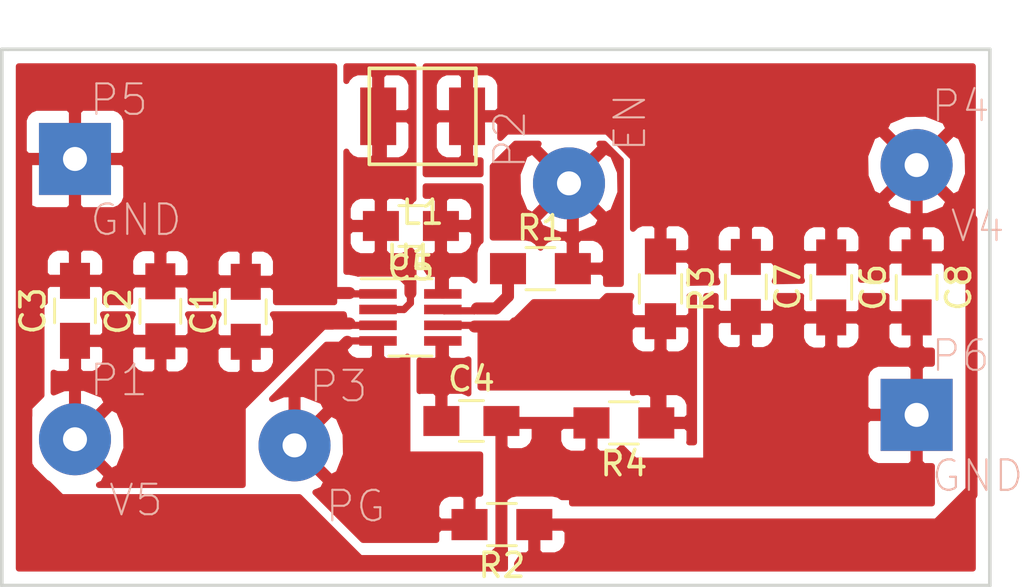
<source format=kicad_pcb>
(kicad_pcb (version 4) (host pcbnew 4.0.4-stable)

  (general
    (links 30)
    (no_connects 30)
    (area 138.314999 77.539 222.165001 147.56445)
    (thickness 1.6)
    (drawings 5)
    (tracks 86)
    (zones 0)
    (modules 20)
    (nets 11)
  )

  (page A4)
  (layers
    (0 F.Cu signal)
    (31 B.Cu signal)
    (32 B.Adhes user)
    (33 F.Adhes user)
    (34 B.Paste user)
    (35 F.Paste user)
    (36 B.SilkS user)
    (37 F.SilkS user)
    (38 B.Mask user)
    (39 F.Mask user)
    (40 Dwgs.User user)
    (41 Cmts.User user)
    (42 Eco1.User user)
    (43 Eco2.User user)
    (44 Edge.Cuts user)
    (45 Margin user)
    (46 B.CrtYd user)
    (47 F.CrtYd user)
    (48 B.Fab user)
    (49 F.Fab user)
  )

  (setup
    (last_trace_width 0.5)
    (trace_clearance 0.254)
    (zone_clearance 0.508)
    (zone_45_only no)
    (trace_min 0.2)
    (segment_width 0.2)
    (edge_width 0.15)
    (via_size 0.6)
    (via_drill 0.4)
    (via_min_size 0.4)
    (via_min_drill 0.3)
    (uvia_size 0.3)
    (uvia_drill 0.1)
    (uvias_allowed no)
    (uvia_min_size 0.2)
    (uvia_min_drill 0.1)
    (pcb_text_width 0.3)
    (pcb_text_size 1.5 1.5)
    (mod_edge_width 0.15)
    (mod_text_size 1 1)
    (mod_text_width 0.15)
    (pad_size 1.524 1.524)
    (pad_drill 0.762)
    (pad_to_mask_clearance 0.2)
    (aux_axis_origin 0 0)
    (visible_elements 7FFFFFFF)
    (pcbplotparams
      (layerselection 0x00030_80000001)
      (usegerberextensions false)
      (excludeedgelayer true)
      (linewidth 0.100000)
      (plotframeref false)
      (viasonmask false)
      (mode 1)
      (useauxorigin false)
      (hpglpennumber 1)
      (hpglpenspeed 20)
      (hpglpendiameter 15)
      (hpglpenoverlay 2)
      (psnegative false)
      (psa4output false)
      (plotreference true)
      (plotvalue true)
      (plotinvisibletext false)
      (padsonsilk false)
      (subtractmaskfromsilk false)
      (outputformat 1)
      (mirror false)
      (drillshape 1)
      (scaleselection 1)
      (outputdirectory ""))
  )

  (net 0 "")
  (net 1 "Net-(C1-Pad1)")
  (net 2 "Net-(C4-Pad1)")
  (net 3 GND)
  (net 4 "Net-(C5-Pad1)")
  (net 5 "Net-(C5-Pad2)")
  (net 6 "Net-(C6-Pad1)")
  (net 7 "Net-(P2-Pad1)")
  (net 8 "Net-(P3-Pad1)")
  (net 9 "Net-(R1-Pad1)")
  (net 10 "Net-(R3-Pad2)")

  (net_class Default "This is the default net class."
    (clearance 0.254)
    (trace_width 0.5)
    (via_dia 0.6)
    (via_drill 0.4)
    (uvia_dia 0.3)
    (uvia_drill 0.1)
    (add_net GND)
    (add_net "Net-(C1-Pad1)")
    (add_net "Net-(C4-Pad1)")
    (add_net "Net-(C5-Pad1)")
    (add_net "Net-(C5-Pad2)")
    (add_net "Net-(C6-Pad1)")
    (add_net "Net-(P2-Pad1)")
    (add_net "Net-(P3-Pad1)")
    (add_net "Net-(R1-Pad1)")
    (add_net "Net-(R3-Pad2)")
  )

  (module Capacitors_SMD:C_0805_HandSoldering (layer F.Cu) (tedit 58AA84A8) (tstamp 59415630)
    (at 161.29 109.748 90)
    (descr "Capacitor SMD 0805, hand soldering")
    (tags "capacitor 0805")
    (path /594017D1)
    (attr smd)
    (fp_text reference C1 (at 0 -1.75 90) (layer F.SilkS)
      (effects (font (size 1 1) (thickness 0.15)))
    )
    (fp_text value 0.1uF (at 0 1.75 90) (layer F.Fab)
      (effects (font (size 1 1) (thickness 0.15)))
    )
    (fp_text user %R (at 0 -1.75 90) (layer F.Fab)
      (effects (font (size 1 1) (thickness 0.15)))
    )
    (fp_line (start -1 0.62) (end -1 -0.62) (layer F.Fab) (width 0.1))
    (fp_line (start 1 0.62) (end -1 0.62) (layer F.Fab) (width 0.1))
    (fp_line (start 1 -0.62) (end 1 0.62) (layer F.Fab) (width 0.1))
    (fp_line (start -1 -0.62) (end 1 -0.62) (layer F.Fab) (width 0.1))
    (fp_line (start 0.5 -0.85) (end -0.5 -0.85) (layer F.SilkS) (width 0.12))
    (fp_line (start -0.5 0.85) (end 0.5 0.85) (layer F.SilkS) (width 0.12))
    (fp_line (start -2.25 -0.88) (end 2.25 -0.88) (layer F.CrtYd) (width 0.05))
    (fp_line (start -2.25 -0.88) (end -2.25 0.87) (layer F.CrtYd) (width 0.05))
    (fp_line (start 2.25 0.87) (end 2.25 -0.88) (layer F.CrtYd) (width 0.05))
    (fp_line (start 2.25 0.87) (end -2.25 0.87) (layer F.CrtYd) (width 0.05))
    (pad 1 smd rect (at -1.25 0 90) (size 1.5 1.25) (layers F.Cu F.Paste F.Mask)
      (net 1 "Net-(C1-Pad1)"))
    (pad 2 smd rect (at 1.25 0 90) (size 1.5 1.25) (layers F.Cu F.Paste F.Mask)
      (net 3 GND))
    (model Capacitors_SMD.3dshapes/C_0805.wrl
      (at (xyz 0 0 0))
      (scale (xyz 1 1 1))
      (rotate (xyz 0 0 0))
    )
  )

  (module Capacitors_SMD:C_0805_HandSoldering (layer F.Cu) (tedit 58AA84A8) (tstamp 59415636)
    (at 157.734 109.728 90)
    (descr "Capacitor SMD 0805, hand soldering")
    (tags "capacitor 0805")
    (path /59401910)
    (attr smd)
    (fp_text reference C2 (at 0 -1.75 90) (layer F.SilkS)
      (effects (font (size 1 1) (thickness 0.15)))
    )
    (fp_text value 10uF (at 0 1.75 90) (layer F.Fab)
      (effects (font (size 1 1) (thickness 0.15)))
    )
    (fp_text user %R (at 0 -1.75 90) (layer F.Fab)
      (effects (font (size 1 1) (thickness 0.15)))
    )
    (fp_line (start -1 0.62) (end -1 -0.62) (layer F.Fab) (width 0.1))
    (fp_line (start 1 0.62) (end -1 0.62) (layer F.Fab) (width 0.1))
    (fp_line (start 1 -0.62) (end 1 0.62) (layer F.Fab) (width 0.1))
    (fp_line (start -1 -0.62) (end 1 -0.62) (layer F.Fab) (width 0.1))
    (fp_line (start 0.5 -0.85) (end -0.5 -0.85) (layer F.SilkS) (width 0.12))
    (fp_line (start -0.5 0.85) (end 0.5 0.85) (layer F.SilkS) (width 0.12))
    (fp_line (start -2.25 -0.88) (end 2.25 -0.88) (layer F.CrtYd) (width 0.05))
    (fp_line (start -2.25 -0.88) (end -2.25 0.87) (layer F.CrtYd) (width 0.05))
    (fp_line (start 2.25 0.87) (end 2.25 -0.88) (layer F.CrtYd) (width 0.05))
    (fp_line (start 2.25 0.87) (end -2.25 0.87) (layer F.CrtYd) (width 0.05))
    (pad 1 smd rect (at -1.25 0 90) (size 1.5 1.25) (layers F.Cu F.Paste F.Mask)
      (net 1 "Net-(C1-Pad1)"))
    (pad 2 smd rect (at 1.25 0 90) (size 1.5 1.25) (layers F.Cu F.Paste F.Mask)
      (net 3 GND))
    (model Capacitors_SMD.3dshapes/C_0805.wrl
      (at (xyz 0 0 0))
      (scale (xyz 1 1 1))
      (rotate (xyz 0 0 0))
    )
  )

  (module Capacitors_SMD:C_0805_HandSoldering (layer F.Cu) (tedit 58AA84A8) (tstamp 5941563C)
    (at 154.178 109.708 90)
    (descr "Capacitor SMD 0805, hand soldering")
    (tags "capacitor 0805")
    (path /5940195F)
    (attr smd)
    (fp_text reference C3 (at 0 -1.75 90) (layer F.SilkS)
      (effects (font (size 1 1) (thickness 0.15)))
    )
    (fp_text value 10uF (at 0 1.75 90) (layer F.Fab)
      (effects (font (size 1 1) (thickness 0.15)))
    )
    (fp_text user %R (at 0 -1.75 90) (layer F.Fab)
      (effects (font (size 1 1) (thickness 0.15)))
    )
    (fp_line (start -1 0.62) (end -1 -0.62) (layer F.Fab) (width 0.1))
    (fp_line (start 1 0.62) (end -1 0.62) (layer F.Fab) (width 0.1))
    (fp_line (start 1 -0.62) (end 1 0.62) (layer F.Fab) (width 0.1))
    (fp_line (start -1 -0.62) (end 1 -0.62) (layer F.Fab) (width 0.1))
    (fp_line (start 0.5 -0.85) (end -0.5 -0.85) (layer F.SilkS) (width 0.12))
    (fp_line (start -0.5 0.85) (end 0.5 0.85) (layer F.SilkS) (width 0.12))
    (fp_line (start -2.25 -0.88) (end 2.25 -0.88) (layer F.CrtYd) (width 0.05))
    (fp_line (start -2.25 -0.88) (end -2.25 0.87) (layer F.CrtYd) (width 0.05))
    (fp_line (start 2.25 0.87) (end 2.25 -0.88) (layer F.CrtYd) (width 0.05))
    (fp_line (start 2.25 0.87) (end -2.25 0.87) (layer F.CrtYd) (width 0.05))
    (pad 1 smd rect (at -1.25 0 90) (size 1.5 1.25) (layers F.Cu F.Paste F.Mask)
      (net 1 "Net-(C1-Pad1)"))
    (pad 2 smd rect (at 1.25 0 90) (size 1.5 1.25) (layers F.Cu F.Paste F.Mask)
      (net 3 GND))
    (model Capacitors_SMD.3dshapes/C_0805.wrl
      (at (xyz 0 0 0))
      (scale (xyz 1 1 1))
      (rotate (xyz 0 0 0))
    )
  )

  (module Capacitors_SMD:C_0805_HandSoldering (layer F.Cu) (tedit 58AA84A8) (tstamp 59415642)
    (at 170.688 114.3)
    (descr "Capacitor SMD 0805, hand soldering")
    (tags "capacitor 0805")
    (path /59401A29)
    (attr smd)
    (fp_text reference C4 (at 0 -1.75) (layer F.SilkS)
      (effects (font (size 1 1) (thickness 0.15)))
    )
    (fp_text value 8200pF (at 0 1.75) (layer F.Fab)
      (effects (font (size 1 1) (thickness 0.15)))
    )
    (fp_text user %R (at 0 -1.75) (layer F.Fab)
      (effects (font (size 1 1) (thickness 0.15)))
    )
    (fp_line (start -1 0.62) (end -1 -0.62) (layer F.Fab) (width 0.1))
    (fp_line (start 1 0.62) (end -1 0.62) (layer F.Fab) (width 0.1))
    (fp_line (start 1 -0.62) (end 1 0.62) (layer F.Fab) (width 0.1))
    (fp_line (start -1 -0.62) (end 1 -0.62) (layer F.Fab) (width 0.1))
    (fp_line (start 0.5 -0.85) (end -0.5 -0.85) (layer F.SilkS) (width 0.12))
    (fp_line (start -0.5 0.85) (end 0.5 0.85) (layer F.SilkS) (width 0.12))
    (fp_line (start -2.25 -0.88) (end 2.25 -0.88) (layer F.CrtYd) (width 0.05))
    (fp_line (start -2.25 -0.88) (end -2.25 0.87) (layer F.CrtYd) (width 0.05))
    (fp_line (start 2.25 0.87) (end 2.25 -0.88) (layer F.CrtYd) (width 0.05))
    (fp_line (start 2.25 0.87) (end -2.25 0.87) (layer F.CrtYd) (width 0.05))
    (pad 1 smd rect (at -1.25 0) (size 1.5 1.25) (layers F.Cu F.Paste F.Mask)
      (net 2 "Net-(C4-Pad1)"))
    (pad 2 smd rect (at 1.25 0) (size 1.5 1.25) (layers F.Cu F.Paste F.Mask)
      (net 3 GND))
    (model Capacitors_SMD.3dshapes/C_0805.wrl
      (at (xyz 0 0 0))
      (scale (xyz 1 1 1))
      (rotate (xyz 0 0 0))
    )
  )

  (module Capacitors_SMD:C_0805_HandSoldering (layer F.Cu) (tedit 58AA84A8) (tstamp 59415648)
    (at 168.168 106.172 180)
    (descr "Capacitor SMD 0805, hand soldering")
    (tags "capacitor 0805")
    (path /59401B14)
    (attr smd)
    (fp_text reference C5 (at 0 -1.75 180) (layer F.SilkS)
      (effects (font (size 1 1) (thickness 0.15)))
    )
    (fp_text value 0.1uF (at 0 1.75 180) (layer F.Fab)
      (effects (font (size 1 1) (thickness 0.15)))
    )
    (fp_text user %R (at 0 -1.75 180) (layer F.Fab)
      (effects (font (size 1 1) (thickness 0.15)))
    )
    (fp_line (start -1 0.62) (end -1 -0.62) (layer F.Fab) (width 0.1))
    (fp_line (start 1 0.62) (end -1 0.62) (layer F.Fab) (width 0.1))
    (fp_line (start 1 -0.62) (end 1 0.62) (layer F.Fab) (width 0.1))
    (fp_line (start -1 -0.62) (end 1 -0.62) (layer F.Fab) (width 0.1))
    (fp_line (start 0.5 -0.85) (end -0.5 -0.85) (layer F.SilkS) (width 0.12))
    (fp_line (start -0.5 0.85) (end 0.5 0.85) (layer F.SilkS) (width 0.12))
    (fp_line (start -2.25 -0.88) (end 2.25 -0.88) (layer F.CrtYd) (width 0.05))
    (fp_line (start -2.25 -0.88) (end -2.25 0.87) (layer F.CrtYd) (width 0.05))
    (fp_line (start 2.25 0.87) (end 2.25 -0.88) (layer F.CrtYd) (width 0.05))
    (fp_line (start 2.25 0.87) (end -2.25 0.87) (layer F.CrtYd) (width 0.05))
    (pad 1 smd rect (at -1.25 0 180) (size 1.5 1.25) (layers F.Cu F.Paste F.Mask)
      (net 4 "Net-(C5-Pad1)"))
    (pad 2 smd rect (at 1.25 0 180) (size 1.5 1.25) (layers F.Cu F.Paste F.Mask)
      (net 5 "Net-(C5-Pad2)"))
    (model Capacitors_SMD.3dshapes/C_0805.wrl
      (at (xyz 0 0 0))
      (scale (xyz 1 1 1))
      (rotate (xyz 0 0 0))
    )
  )

  (module Capacitors_SMD:C_0805_HandSoldering (layer F.Cu) (tedit 58AA84A8) (tstamp 5941564E)
    (at 185.674 108.732 270)
    (descr "Capacitor SMD 0805, hand soldering")
    (tags "capacitor 0805")
    (path /59401F39)
    (attr smd)
    (fp_text reference C6 (at 0 -1.75 270) (layer F.SilkS)
      (effects (font (size 1 1) (thickness 0.15)))
    )
    (fp_text value 22uF (at 0 1.75 270) (layer F.Fab)
      (effects (font (size 1 1) (thickness 0.15)))
    )
    (fp_text user %R (at 0 -1.75 270) (layer F.Fab)
      (effects (font (size 1 1) (thickness 0.15)))
    )
    (fp_line (start -1 0.62) (end -1 -0.62) (layer F.Fab) (width 0.1))
    (fp_line (start 1 0.62) (end -1 0.62) (layer F.Fab) (width 0.1))
    (fp_line (start 1 -0.62) (end 1 0.62) (layer F.Fab) (width 0.1))
    (fp_line (start -1 -0.62) (end 1 -0.62) (layer F.Fab) (width 0.1))
    (fp_line (start 0.5 -0.85) (end -0.5 -0.85) (layer F.SilkS) (width 0.12))
    (fp_line (start -0.5 0.85) (end 0.5 0.85) (layer F.SilkS) (width 0.12))
    (fp_line (start -2.25 -0.88) (end 2.25 -0.88) (layer F.CrtYd) (width 0.05))
    (fp_line (start -2.25 -0.88) (end -2.25 0.87) (layer F.CrtYd) (width 0.05))
    (fp_line (start 2.25 0.87) (end 2.25 -0.88) (layer F.CrtYd) (width 0.05))
    (fp_line (start 2.25 0.87) (end -2.25 0.87) (layer F.CrtYd) (width 0.05))
    (pad 1 smd rect (at -1.25 0 270) (size 1.5 1.25) (layers F.Cu F.Paste F.Mask)
      (net 6 "Net-(C6-Pad1)"))
    (pad 2 smd rect (at 1.25 0 270) (size 1.5 1.25) (layers F.Cu F.Paste F.Mask)
      (net 3 GND))
    (model Capacitors_SMD.3dshapes/C_0805.wrl
      (at (xyz 0 0 0))
      (scale (xyz 1 1 1))
      (rotate (xyz 0 0 0))
    )
  )

  (module Capacitors_SMD:C_0805_HandSoldering (layer F.Cu) (tedit 58AA84A8) (tstamp 59415654)
    (at 182.118 108.712 270)
    (descr "Capacitor SMD 0805, hand soldering")
    (tags "capacitor 0805")
    (path /59401F93)
    (attr smd)
    (fp_text reference C7 (at 0 -1.75 270) (layer F.SilkS)
      (effects (font (size 1 1) (thickness 0.15)))
    )
    (fp_text value 22uF (at 0 1.75 270) (layer F.Fab)
      (effects (font (size 1 1) (thickness 0.15)))
    )
    (fp_text user %R (at 0 -1.75 270) (layer F.Fab)
      (effects (font (size 1 1) (thickness 0.15)))
    )
    (fp_line (start -1 0.62) (end -1 -0.62) (layer F.Fab) (width 0.1))
    (fp_line (start 1 0.62) (end -1 0.62) (layer F.Fab) (width 0.1))
    (fp_line (start 1 -0.62) (end 1 0.62) (layer F.Fab) (width 0.1))
    (fp_line (start -1 -0.62) (end 1 -0.62) (layer F.Fab) (width 0.1))
    (fp_line (start 0.5 -0.85) (end -0.5 -0.85) (layer F.SilkS) (width 0.12))
    (fp_line (start -0.5 0.85) (end 0.5 0.85) (layer F.SilkS) (width 0.12))
    (fp_line (start -2.25 -0.88) (end 2.25 -0.88) (layer F.CrtYd) (width 0.05))
    (fp_line (start -2.25 -0.88) (end -2.25 0.87) (layer F.CrtYd) (width 0.05))
    (fp_line (start 2.25 0.87) (end 2.25 -0.88) (layer F.CrtYd) (width 0.05))
    (fp_line (start 2.25 0.87) (end -2.25 0.87) (layer F.CrtYd) (width 0.05))
    (pad 1 smd rect (at -1.25 0 270) (size 1.5 1.25) (layers F.Cu F.Paste F.Mask)
      (net 6 "Net-(C6-Pad1)"))
    (pad 2 smd rect (at 1.25 0 270) (size 1.5 1.25) (layers F.Cu F.Paste F.Mask)
      (net 3 GND))
    (model Capacitors_SMD.3dshapes/C_0805.wrl
      (at (xyz 0 0 0))
      (scale (xyz 1 1 1))
      (rotate (xyz 0 0 0))
    )
  )

  (module Capacitors_SMD:C_0805_HandSoldering (layer F.Cu) (tedit 58AA84A8) (tstamp 5941565A)
    (at 189.23 108.732 270)
    (descr "Capacitor SMD 0805, hand soldering")
    (tags "capacitor 0805")
    (path /59401FD3)
    (attr smd)
    (fp_text reference C8 (at 0 -1.75 270) (layer F.SilkS)
      (effects (font (size 1 1) (thickness 0.15)))
    )
    (fp_text value 22uF (at 0 1.75 270) (layer F.Fab)
      (effects (font (size 1 1) (thickness 0.15)))
    )
    (fp_text user %R (at 0 -1.75 270) (layer F.Fab)
      (effects (font (size 1 1) (thickness 0.15)))
    )
    (fp_line (start -1 0.62) (end -1 -0.62) (layer F.Fab) (width 0.1))
    (fp_line (start 1 0.62) (end -1 0.62) (layer F.Fab) (width 0.1))
    (fp_line (start 1 -0.62) (end 1 0.62) (layer F.Fab) (width 0.1))
    (fp_line (start -1 -0.62) (end 1 -0.62) (layer F.Fab) (width 0.1))
    (fp_line (start 0.5 -0.85) (end -0.5 -0.85) (layer F.SilkS) (width 0.12))
    (fp_line (start -0.5 0.85) (end 0.5 0.85) (layer F.SilkS) (width 0.12))
    (fp_line (start -2.25 -0.88) (end 2.25 -0.88) (layer F.CrtYd) (width 0.05))
    (fp_line (start -2.25 -0.88) (end -2.25 0.87) (layer F.CrtYd) (width 0.05))
    (fp_line (start 2.25 0.87) (end 2.25 -0.88) (layer F.CrtYd) (width 0.05))
    (fp_line (start 2.25 0.87) (end -2.25 0.87) (layer F.CrtYd) (width 0.05))
    (pad 1 smd rect (at -1.25 0 270) (size 1.5 1.25) (layers F.Cu F.Paste F.Mask)
      (net 6 "Net-(C6-Pad1)"))
    (pad 2 smd rect (at 1.25 0 270) (size 1.5 1.25) (layers F.Cu F.Paste F.Mask)
      (net 3 GND))
    (model Capacitors_SMD.3dshapes/C_0805.wrl
      (at (xyz 0 0 0))
      (scale (xyz 1 1 1))
      (rotate (xyz 0 0 0))
    )
  )

  (module Bourns:SRP4020TA (layer F.Cu) (tedit 594153F3) (tstamp 59415664)
    (at 168.656 101.6 180)
    (path /59401C4F)
    (fp_text reference L1 (at 0 -4 180) (layer F.SilkS)
      (effects (font (size 1 1) (thickness 0.15)))
    )
    (fp_text value 3.3uH (at 0 4 180) (layer F.Fab)
      (effects (font (size 1 1) (thickness 0.15)))
    )
    (fp_line (start 2.22 -2) (end -2.22 -2) (layer F.SilkS) (width 0.15))
    (fp_line (start 2.22 2) (end 2.22 -2) (layer F.SilkS) (width 0.15))
    (fp_line (start -2.22 2) (end 2.22 2) (layer F.SilkS) (width 0.15))
    (fp_line (start -2.22 -2) (end -2.22 2) (layer F.SilkS) (width 0.15))
    (pad 1 smd rect (at 1.85 0 180) (size 1.5 2.4) (layers F.Cu F.Paste F.Mask)
      (net 5 "Net-(C5-Pad2)"))
    (pad 2 smd rect (at -1.85 0 180) (size 1.5 2.4) (layers F.Cu F.Paste F.Mask)
      (net 6 "Net-(C6-Pad1)"))
  )

  (module pinheaders:pinhead-01x01_3x1 (layer F.Cu) (tedit 5924AFBB) (tstamp 59415669)
    (at 154.178 115.062)
    (descr "PIN HEADER")
    (tags "PIN HEADER")
    (path /594056A7)
    (attr virtual)
    (fp_text reference P1 (at 1.8288 -2.4638) (layer B.SilkS)
      (effects (font (size 1.27 1.27) (thickness 0.0889)))
    )
    (fp_text value V5 (at 2.54 2.54) (layer B.SilkS)
      (effects (font (size 1.27 1.27) (thickness 0.0889)))
    )
    (pad 1 thru_hole circle (at 0 0) (size 3 3) (drill 1) (layers *.Cu *.Mask)
      (net 1 "Net-(C1-Pad1)"))
  )

  (module pinheaders:pinhead-01x01_3x1 (layer F.Cu) (tedit 5924AFBB) (tstamp 5941566E)
    (at 174.752 104.394 90)
    (descr "PIN HEADER")
    (tags "PIN HEADER")
    (path /5940576F)
    (attr virtual)
    (fp_text reference P2 (at 1.8288 -2.4638 90) (layer B.SilkS)
      (effects (font (size 1.27 1.27) (thickness 0.0889)))
    )
    (fp_text value EN (at 2.54 2.54 90) (layer B.SilkS)
      (effects (font (size 1.27 1.27) (thickness 0.0889)))
    )
    (pad 1 thru_hole circle (at 0 0 90) (size 3 3) (drill 1) (layers *.Cu *.Mask)
      (net 7 "Net-(P2-Pad1)"))
  )

  (module pinheaders:pinhead-01x01_3x1 (layer F.Cu) (tedit 5924AFBB) (tstamp 59415673)
    (at 163.322 115.316)
    (descr "PIN HEADER")
    (tags "PIN HEADER")
    (path /59405B04)
    (attr virtual)
    (fp_text reference P3 (at 1.8288 -2.4638) (layer B.SilkS)
      (effects (font (size 1.27 1.27) (thickness 0.0889)))
    )
    (fp_text value PG (at 2.54 2.54) (layer B.SilkS)
      (effects (font (size 1.27 1.27) (thickness 0.0889)))
    )
    (pad 1 thru_hole circle (at 0 0) (size 3 3) (drill 1) (layers *.Cu *.Mask)
      (net 8 "Net-(P3-Pad1)"))
  )

  (module pinheaders:pinhead-01x01_3x1 (layer F.Cu) (tedit 5924AFBB) (tstamp 59415678)
    (at 189.23 103.632)
    (descr "PIN HEADER")
    (tags "PIN HEADER")
    (path /59405C6D)
    (attr virtual)
    (fp_text reference P4 (at 1.8288 -2.4638) (layer B.SilkS)
      (effects (font (size 1.27 1.27) (thickness 0.0889)))
    )
    (fp_text value V4 (at 2.54 2.54) (layer B.SilkS)
      (effects (font (size 1.27 1.27) (thickness 0.0889)))
    )
    (pad 1 thru_hole circle (at 0 0) (size 3 3) (drill 1) (layers *.Cu *.Mask)
      (net 6 "Net-(C6-Pad1)"))
  )

  (module pinheaders:pinhead-01x01_3x1_square (layer F.Cu) (tedit 5924B01A) (tstamp 5941567D)
    (at 154.178 103.378)
    (descr "PIN HEADER")
    (tags "PIN HEADER")
    (path /5941641B)
    (attr virtual)
    (fp_text reference P5 (at 1.8288 -2.4638) (layer B.SilkS)
      (effects (font (size 1.27 1.27) (thickness 0.0889)))
    )
    (fp_text value GND (at 2.54 2.54) (layer B.SilkS)
      (effects (font (size 1.27 1.27) (thickness 0.0889)))
    )
    (pad 1 thru_hole rect (at 0 0) (size 3 3) (drill 1) (layers *.Cu *.Mask)
      (net 3 GND))
  )

  (module pinheaders:pinhead-01x01_3x1_square (layer F.Cu) (tedit 5924B01A) (tstamp 59415682)
    (at 189.23 114.046)
    (descr "PIN HEADER")
    (tags "PIN HEADER")
    (path /59416BB5)
    (attr virtual)
    (fp_text reference P6 (at 1.8288 -2.4638) (layer B.SilkS)
      (effects (font (size 1.27 1.27) (thickness 0.0889)))
    )
    (fp_text value GND (at 2.54 2.54) (layer B.SilkS)
      (effects (font (size 1.27 1.27) (thickness 0.0889)))
    )
    (pad 1 thru_hole rect (at 0 0) (size 3 3) (drill 1) (layers *.Cu *.Mask)
      (net 3 GND))
  )

  (module Resistors_SMD:R_0805_HandSoldering (layer F.Cu) (tedit 58E0A804) (tstamp 59415688)
    (at 173.562 107.95)
    (descr "Resistor SMD 0805, hand soldering")
    (tags "resistor 0805")
    (path /594058F3)
    (attr smd)
    (fp_text reference R1 (at 0 -1.7) (layer F.SilkS)
      (effects (font (size 1 1) (thickness 0.15)))
    )
    (fp_text value 10K (at 0 1.75) (layer F.Fab)
      (effects (font (size 1 1) (thickness 0.15)))
    )
    (fp_text user %R (at 0 0) (layer F.Fab)
      (effects (font (size 0.5 0.5) (thickness 0.075)))
    )
    (fp_line (start -1 0.62) (end -1 -0.62) (layer F.Fab) (width 0.1))
    (fp_line (start 1 0.62) (end -1 0.62) (layer F.Fab) (width 0.1))
    (fp_line (start 1 -0.62) (end 1 0.62) (layer F.Fab) (width 0.1))
    (fp_line (start -1 -0.62) (end 1 -0.62) (layer F.Fab) (width 0.1))
    (fp_line (start 0.6 0.88) (end -0.6 0.88) (layer F.SilkS) (width 0.12))
    (fp_line (start -0.6 -0.88) (end 0.6 -0.88) (layer F.SilkS) (width 0.12))
    (fp_line (start -2.35 -0.9) (end 2.35 -0.9) (layer F.CrtYd) (width 0.05))
    (fp_line (start -2.35 -0.9) (end -2.35 0.9) (layer F.CrtYd) (width 0.05))
    (fp_line (start 2.35 0.9) (end 2.35 -0.9) (layer F.CrtYd) (width 0.05))
    (fp_line (start 2.35 0.9) (end -2.35 0.9) (layer F.CrtYd) (width 0.05))
    (pad 1 smd rect (at -1.35 0) (size 1.5 1.3) (layers F.Cu F.Paste F.Mask)
      (net 9 "Net-(R1-Pad1)"))
    (pad 2 smd rect (at 1.35 0) (size 1.5 1.3) (layers F.Cu F.Paste F.Mask)
      (net 7 "Net-(P2-Pad1)"))
    (model ${KISYS3DMOD}/Resistors_SMD.3dshapes/R_0805.wrl
      (at (xyz 0 0 0))
      (scale (xyz 1 1 1))
      (rotate (xyz 0 0 0))
    )
  )

  (module Resistors_SMD:R_0805_HandSoldering (layer F.Cu) (tedit 58E0A804) (tstamp 5941568E)
    (at 171.958 118.618 180)
    (descr "Resistor SMD 0805, hand soldering")
    (tags "resistor 0805")
    (path /59401E1E)
    (attr smd)
    (fp_text reference R2 (at 0 -1.7 180) (layer F.SilkS)
      (effects (font (size 1 1) (thickness 0.15)))
    )
    (fp_text value 100K (at 0 1.75 180) (layer F.Fab)
      (effects (font (size 1 1) (thickness 0.15)))
    )
    (fp_text user %R (at 0 0 180) (layer F.Fab)
      (effects (font (size 0.5 0.5) (thickness 0.075)))
    )
    (fp_line (start -1 0.62) (end -1 -0.62) (layer F.Fab) (width 0.1))
    (fp_line (start 1 0.62) (end -1 0.62) (layer F.Fab) (width 0.1))
    (fp_line (start 1 -0.62) (end 1 0.62) (layer F.Fab) (width 0.1))
    (fp_line (start -1 -0.62) (end 1 -0.62) (layer F.Fab) (width 0.1))
    (fp_line (start 0.6 0.88) (end -0.6 0.88) (layer F.SilkS) (width 0.12))
    (fp_line (start -0.6 -0.88) (end 0.6 -0.88) (layer F.SilkS) (width 0.12))
    (fp_line (start -2.35 -0.9) (end 2.35 -0.9) (layer F.CrtYd) (width 0.05))
    (fp_line (start -2.35 -0.9) (end -2.35 0.9) (layer F.CrtYd) (width 0.05))
    (fp_line (start 2.35 0.9) (end 2.35 -0.9) (layer F.CrtYd) (width 0.05))
    (fp_line (start 2.35 0.9) (end -2.35 0.9) (layer F.CrtYd) (width 0.05))
    (pad 1 smd rect (at -1.35 0 180) (size 1.5 1.3) (layers F.Cu F.Paste F.Mask)
      (net 6 "Net-(C6-Pad1)"))
    (pad 2 smd rect (at 1.35 0 180) (size 1.5 1.3) (layers F.Cu F.Paste F.Mask)
      (net 8 "Net-(P3-Pad1)"))
    (model ${KISYS3DMOD}/Resistors_SMD.3dshapes/R_0805.wrl
      (at (xyz 0 0 0))
      (scale (xyz 1 1 1))
      (rotate (xyz 0 0 0))
    )
  )

  (module Resistors_SMD:R_0805_HandSoldering (layer F.Cu) (tedit 58E0A804) (tstamp 59415694)
    (at 178.562 108.792 270)
    (descr "Resistor SMD 0805, hand soldering")
    (tags "resistor 0805")
    (path /59402021)
    (attr smd)
    (fp_text reference R3 (at 0 -1.7 270) (layer F.SilkS)
      (effects (font (size 1 1) (thickness 0.15)))
    )
    (fp_text value 42.2K (at 0 1.75 270) (layer F.Fab)
      (effects (font (size 1 1) (thickness 0.15)))
    )
    (fp_text user %R (at 0 0 270) (layer F.Fab)
      (effects (font (size 0.5 0.5) (thickness 0.075)))
    )
    (fp_line (start -1 0.62) (end -1 -0.62) (layer F.Fab) (width 0.1))
    (fp_line (start 1 0.62) (end -1 0.62) (layer F.Fab) (width 0.1))
    (fp_line (start 1 -0.62) (end 1 0.62) (layer F.Fab) (width 0.1))
    (fp_line (start -1 -0.62) (end 1 -0.62) (layer F.Fab) (width 0.1))
    (fp_line (start 0.6 0.88) (end -0.6 0.88) (layer F.SilkS) (width 0.12))
    (fp_line (start -0.6 -0.88) (end 0.6 -0.88) (layer F.SilkS) (width 0.12))
    (fp_line (start -2.35 -0.9) (end 2.35 -0.9) (layer F.CrtYd) (width 0.05))
    (fp_line (start -2.35 -0.9) (end -2.35 0.9) (layer F.CrtYd) (width 0.05))
    (fp_line (start 2.35 0.9) (end 2.35 -0.9) (layer F.CrtYd) (width 0.05))
    (fp_line (start 2.35 0.9) (end -2.35 0.9) (layer F.CrtYd) (width 0.05))
    (pad 1 smd rect (at -1.35 0 270) (size 1.5 1.3) (layers F.Cu F.Paste F.Mask)
      (net 6 "Net-(C6-Pad1)"))
    (pad 2 smd rect (at 1.35 0 270) (size 1.5 1.3) (layers F.Cu F.Paste F.Mask)
      (net 10 "Net-(R3-Pad2)"))
    (model ${KISYS3DMOD}/Resistors_SMD.3dshapes/R_0805.wrl
      (at (xyz 0 0 0))
      (scale (xyz 1 1 1))
      (rotate (xyz 0 0 0))
    )
  )

  (module Resistors_SMD:R_0805_HandSoldering (layer F.Cu) (tedit 58E0A804) (tstamp 5941569A)
    (at 177.038 114.38 180)
    (descr "Resistor SMD 0805, hand soldering")
    (tags "resistor 0805")
    (path /594020DB)
    (attr smd)
    (fp_text reference R4 (at 0 -1.7 180) (layer F.SilkS)
      (effects (font (size 1 1) (thickness 0.15)))
    )
    (fp_text value 10K (at 0 1.75 180) (layer F.Fab)
      (effects (font (size 1 1) (thickness 0.15)))
    )
    (fp_text user %R (at 0 0 180) (layer F.Fab)
      (effects (font (size 0.5 0.5) (thickness 0.075)))
    )
    (fp_line (start -1 0.62) (end -1 -0.62) (layer F.Fab) (width 0.1))
    (fp_line (start 1 0.62) (end -1 0.62) (layer F.Fab) (width 0.1))
    (fp_line (start 1 -0.62) (end 1 0.62) (layer F.Fab) (width 0.1))
    (fp_line (start -1 -0.62) (end 1 -0.62) (layer F.Fab) (width 0.1))
    (fp_line (start 0.6 0.88) (end -0.6 0.88) (layer F.SilkS) (width 0.12))
    (fp_line (start -0.6 -0.88) (end 0.6 -0.88) (layer F.SilkS) (width 0.12))
    (fp_line (start -2.35 -0.9) (end 2.35 -0.9) (layer F.CrtYd) (width 0.05))
    (fp_line (start -2.35 -0.9) (end -2.35 0.9) (layer F.CrtYd) (width 0.05))
    (fp_line (start 2.35 0.9) (end 2.35 -0.9) (layer F.CrtYd) (width 0.05))
    (fp_line (start 2.35 0.9) (end -2.35 0.9) (layer F.CrtYd) (width 0.05))
    (pad 1 smd rect (at -1.35 0 180) (size 1.5 1.3) (layers F.Cu F.Paste F.Mask)
      (net 10 "Net-(R3-Pad2)"))
    (pad 2 smd rect (at 1.35 0 180) (size 1.5 1.3) (layers F.Cu F.Paste F.Mask)
      (net 3 GND))
    (model ${KISYS3DMOD}/Resistors_SMD.3dshapes/R_0805.wrl
      (at (xyz 0 0 0))
      (scale (xyz 1 1 1))
      (rotate (xyz 0 0 0))
    )
  )

  (module TO_SOT_Packages_SMD:SOT-23-8_Handsoldering (layer F.Cu) (tedit 58CE4E7E) (tstamp 594156A6)
    (at 168.148 109.982)
    (descr "8-pin SOT-23 package, Handsoldering, http://www.analog.com/media/en/package-pcb-resources/package/pkg_pdf/sot-23rj/rj_8.pdf")
    (tags "SOT-23-8 Handsoldering")
    (path /5940174C)
    (attr smd)
    (fp_text reference U1 (at 0 -2.5) (layer F.SilkS)
      (effects (font (size 1 1) (thickness 0.15)))
    )
    (fp_text value TPS563210A (at 0 2.5) (layer F.Fab)
      (effects (font (size 1 1) (thickness 0.15)))
    )
    (fp_text user %R (at 0 0) (layer F.Fab)
      (effects (font (size 0.5 0.5) (thickness 0.075)))
    )
    (fp_line (start -0.9 1.61) (end 0.9 1.61) (layer F.SilkS) (width 0.12))
    (fp_line (start 0.9 -1.61) (end -2.05 -1.61) (layer F.SilkS) (width 0.12))
    (fp_line (start -2.4 1.8) (end -2.4 -1.8) (layer F.CrtYd) (width 0.05))
    (fp_line (start 2.4 1.8) (end -2.4 1.8) (layer F.CrtYd) (width 0.05))
    (fp_line (start 2.4 -1.8) (end 2.4 1.8) (layer F.CrtYd) (width 0.05))
    (fp_line (start -2.4 -1.8) (end 2.4 -1.8) (layer F.CrtYd) (width 0.05))
    (fp_line (start -0.9 -0.9) (end -0.25 -1.55) (layer F.Fab) (width 0.1))
    (fp_line (start 0.9 -1.55) (end -0.25 -1.55) (layer F.Fab) (width 0.1))
    (fp_line (start -0.9 -0.9) (end -0.9 1.55) (layer F.Fab) (width 0.1))
    (fp_line (start 0.9 1.55) (end -0.9 1.55) (layer F.Fab) (width 0.1))
    (fp_line (start 0.9 -1.55) (end 0.9 1.55) (layer F.Fab) (width 0.1))
    (pad 1 smd rect (at -1.35 -0.98) (size 1.56 0.4) (layers F.Cu F.Paste F.Mask)
      (net 3 GND))
    (pad 2 smd rect (at -1.35 -0.33) (size 1.56 0.4) (layers F.Cu F.Paste F.Mask)
      (net 5 "Net-(C5-Pad2)"))
    (pad 3 smd rect (at -1.35 0.33) (size 1.56 0.4) (layers F.Cu F.Paste F.Mask)
      (net 1 "Net-(C1-Pad1)"))
    (pad 4 smd rect (at -1.35 0.98) (size 1.56 0.4) (layers F.Cu F.Paste F.Mask)
      (net 8 "Net-(P3-Pad1)"))
    (pad 5 smd rect (at 1.35 0.98) (size 1.56 0.4) (layers F.Cu F.Paste F.Mask)
      (net 2 "Net-(C4-Pad1)"))
    (pad 6 smd rect (at 1.35 0.33) (size 1.56 0.4) (layers F.Cu F.Paste F.Mask)
      (net 10 "Net-(R3-Pad2)"))
    (pad 7 smd rect (at 1.35 -0.33) (size 1.56 0.4) (layers F.Cu F.Paste F.Mask)
      (net 9 "Net-(R1-Pad1)"))
    (pad 8 smd rect (at 1.35 -0.98) (size 1.56 0.4) (layers F.Cu F.Paste F.Mask)
      (net 4 "Net-(C5-Pad1)"))
    (model ${KISYS3DMOD}/TO_SOT_Packages_SMD.3dshapes\SOT-23-8.wrl
      (at (xyz 0 0 0))
      (scale (xyz 1 1 1))
      (rotate (xyz 0 0 0))
    )
  )

  (gr_line (start 151.384 98.806) (end 151.384 98.806) (layer Edge.Cuts) (width 0.15) (tstamp 59416C9A))
  (gr_line (start 151.13 121.158) (end 151.13 98.806) (layer Edge.Cuts) (width 0.15))
  (gr_line (start 192.278 121.158) (end 151.13 121.158) (layer Edge.Cuts) (width 0.15))
  (gr_line (start 192.278 98.806) (end 192.278 121.158) (layer Edge.Cuts) (width 0.15))
  (gr_line (start 151.13 98.806) (end 192.278 98.806) (layer Edge.Cuts) (width 0.15))

  (segment (start 154.178 110.958) (end 154.178 115.062) (width 0.5) (layer F.Cu) (net 1))
  (segment (start 166.798 110.312) (end 165.684 110.312) (width 0.3) (layer F.Cu) (net 1))
  (segment (start 165.684 110.312) (end 165.608 110.236) (width 0.3) (layer F.Cu) (net 1))
  (segment (start 163.177 110.236) (end 165.608 110.236) (width 0.5) (layer F.Cu) (net 1))
  (segment (start 161.29 110.998) (end 162.415 110.998) (width 0.5) (layer F.Cu) (net 1))
  (segment (start 162.415 110.998) (end 163.177 110.236) (width 0.5) (layer F.Cu) (net 1))
  (segment (start 157.734 110.978) (end 161.27 110.978) (width 0.5) (layer F.Cu) (net 1))
  (segment (start 161.27 110.978) (end 161.29 110.998) (width 0.5) (layer F.Cu) (net 1))
  (segment (start 154.178 110.958) (end 157.714 110.958) (width 0.5) (layer F.Cu) (net 1))
  (segment (start 157.714 110.958) (end 157.734 110.978) (width 0.5) (layer F.Cu) (net 1))
  (segment (start 169.438 114.3) (end 169.438 111.076001) (width 0.5) (layer F.Cu) (net 2))
  (segment (start 169.438 111.076001) (end 169.498 111.016001) (width 0.5) (layer F.Cu) (net 2))
  (segment (start 154.178 103.378) (end 152.178 103.378) (width 0.5) (layer F.Cu) (net 3))
  (segment (start 152.178 103.378) (end 152.146 103.41) (width 0.5) (layer F.Cu) (net 3))
  (segment (start 152.146 103.41) (end 152.146 117.856) (width 0.5) (layer F.Cu) (net 3))
  (segment (start 152.146 117.856) (end 154.432 120.142) (width 0.5) (layer F.Cu) (net 3))
  (segment (start 154.432 120.142) (end 171.45 120.142) (width 0.5) (layer F.Cu) (net 3))
  (segment (start 171.45 120.142) (end 171.958 119.634) (width 0.5) (layer F.Cu) (net 3))
  (segment (start 171.958 119.634) (end 171.938 119.614) (width 0.5) (layer F.Cu) (net 3))
  (segment (start 171.938 119.614) (end 171.938 114.3) (width 0.5) (layer F.Cu) (net 3))
  (segment (start 189.23 109.982) (end 189.23 114.046) (width 0.5) (layer F.Cu) (net 3))
  (segment (start 165.608 108.966) (end 165.644 109.002) (width 0.3) (layer F.Cu) (net 3))
  (segment (start 165.644 109.002) (end 166.798 109.002) (width 0.3) (layer F.Cu) (net 3))
  (segment (start 162.883 108.966) (end 165.608 108.966) (width 0.5) (layer F.Cu) (net 3))
  (segment (start 161.29 108.498) (end 162.415 108.498) (width 0.5) (layer F.Cu) (net 3))
  (segment (start 162.415 108.498) (end 162.883 108.966) (width 0.5) (layer F.Cu) (net 3))
  (segment (start 157.734 108.478) (end 161.27 108.478) (width 0.5) (layer F.Cu) (net 3))
  (segment (start 161.27 108.478) (end 161.29 108.498) (width 0.5) (layer F.Cu) (net 3))
  (segment (start 154.178 108.458) (end 157.714 108.458) (width 0.5) (layer F.Cu) (net 3))
  (segment (start 157.714 108.458) (end 157.734 108.478) (width 0.5) (layer F.Cu) (net 3))
  (segment (start 154.178 108.458) (end 154.178 107.208) (width 0.5) (layer F.Cu) (net 3))
  (segment (start 154.178 107.208) (end 154.178 103.378) (width 0.5) (layer F.Cu) (net 3))
  (segment (start 182.118 109.962) (end 182.118 115.062) (width 0.5) (layer F.Cu) (net 3))
  (segment (start 182.118 115.062) (end 181.102 116.078) (width 0.5) (layer F.Cu) (net 3))
  (segment (start 181.102 116.078) (end 176.236 116.078) (width 0.5) (layer F.Cu) (net 3))
  (segment (start 176.236 116.078) (end 175.688 115.53) (width 0.5) (layer F.Cu) (net 3))
  (segment (start 175.688 115.53) (end 175.688 114.38) (width 0.5) (layer F.Cu) (net 3))
  (segment (start 175.688 114.38) (end 172.018 114.38) (width 0.5) (layer F.Cu) (net 3))
  (segment (start 172.018 114.38) (end 171.938 114.3) (width 0.5) (layer F.Cu) (net 3))
  (segment (start 185.674 109.982) (end 182.138 109.982) (width 0.5) (layer F.Cu) (net 3))
  (segment (start 182.138 109.982) (end 182.118 109.962) (width 0.5) (layer F.Cu) (net 3))
  (segment (start 189.23 109.982) (end 185.674 109.982) (width 0.5) (layer F.Cu) (net 3))
  (segment (start 169.418 106.172) (end 169.418 108.867999) (width 0.5) (layer F.Cu) (net 4))
  (segment (start 169.418 108.867999) (end 169.498 108.947999) (width 0.5) (layer F.Cu) (net 4))
  (segment (start 166.918 106.172) (end 166.918 101.712) (width 0.5) (layer F.Cu) (net 5))
  (segment (start 166.918 101.712) (end 166.806 101.6) (width 0.5) (layer F.Cu) (net 5))
  (segment (start 168.148 108.966) (end 168.148 109.382) (width 0.3) (layer F.Cu) (net 5))
  (segment (start 168.148 109.382) (end 167.878 109.652) (width 0.3) (layer F.Cu) (net 5))
  (segment (start 167.878 109.652) (end 166.798 109.652) (width 0.3) (layer F.Cu) (net 5))
  (segment (start 168.148 108.527) (end 168.148 108.966) (width 0.5) (layer F.Cu) (net 5))
  (segment (start 166.918 106.172) (end 166.918 107.297) (width 0.5) (layer F.Cu) (net 5))
  (segment (start 166.918 107.297) (end 168.148 108.527) (width 0.5) (layer F.Cu) (net 5))
  (segment (start 191.516 117.348) (end 191.516 105.918) (width 0.5) (layer F.Cu) (net 6))
  (segment (start 190.246 118.618) (end 191.516 117.348) (width 0.5) (layer F.Cu) (net 6))
  (segment (start 191.516 105.918) (end 189.23 103.632) (width 0.5) (layer F.Cu) (net 6))
  (segment (start 189.23 107.482) (end 189.23 103.632) (width 0.5) (layer F.Cu) (net 6))
  (segment (start 173.308 118.618) (end 190.246 118.618) (width 0.5) (layer F.Cu) (net 6))
  (segment (start 185.674 107.482) (end 189.23 107.482) (width 0.5) (layer F.Cu) (net 6))
  (segment (start 182.118 107.462) (end 185.654 107.462) (width 0.5) (layer F.Cu) (net 6))
  (segment (start 185.654 107.462) (end 185.674 107.482) (width 0.5) (layer F.Cu) (net 6))
  (segment (start 178.562 107.442) (end 182.098 107.442) (width 0.5) (layer F.Cu) (net 6))
  (segment (start 182.098 107.442) (end 182.118 107.462) (width 0.5) (layer F.Cu) (net 6))
  (segment (start 176.784 101.6) (end 178.562 103.378) (width 0.5) (layer F.Cu) (net 6))
  (segment (start 178.562 103.378) (end 178.562 107.442) (width 0.5) (layer F.Cu) (net 6))
  (segment (start 170.506 101.6) (end 176.784 101.6) (width 0.5) (layer F.Cu) (net 6))
  (segment (start 174.912 107.95) (end 174.912 104.554) (width 0.5) (layer F.Cu) (net 7))
  (segment (start 174.912 104.554) (end 174.752 104.394) (width 0.5) (layer F.Cu) (net 7))
  (segment (start 170.608 118.618) (end 166.624 118.618) (width 0.5) (layer F.Cu) (net 8))
  (segment (start 166.624 118.618) (end 163.322 115.316) (width 0.5) (layer F.Cu) (net 8))
  (segment (start 165.51868 110.998) (end 165.55468 110.962) (width 0.3) (layer F.Cu) (net 8))
  (segment (start 165.55468 110.962) (end 166.798 110.962) (width 0.3) (layer F.Cu) (net 8))
  (segment (start 163.322 115.316) (end 163.322 113.19468) (width 0.5) (layer F.Cu) (net 8))
  (segment (start 163.322 113.19468) (end 165.51868 110.998) (width 0.5) (layer F.Cu) (net 8))
  (segment (start 169.498 109.652) (end 169.553999 109.707999) (width 0.3) (layer F.Cu) (net 9))
  (segment (start 169.553999 109.707999) (end 170.816 109.707999) (width 0.3) (layer F.Cu) (net 9))
  (segment (start 170.816 109.707999) (end 170.916 109.607999) (width 0.3) (layer F.Cu) (net 9))
  (segment (start 171.704001 109.607999) (end 170.916 109.607999) (width 0.5) (layer F.Cu) (net 9))
  (segment (start 172.212 109.1) (end 171.704001 109.607999) (width 0.5) (layer F.Cu) (net 9))
  (segment (start 172.212 107.95) (end 172.212 109.1) (width 0.5) (layer F.Cu) (net 9))
  (segment (start 178.562 110.142) (end 178.562 114.206) (width 0.5) (layer F.Cu) (net 10))
  (segment (start 178.562 114.206) (end 178.388 114.38) (width 0.5) (layer F.Cu) (net 10))
  (segment (start 170.818901 110.362009) (end 170.768892 110.312) (width 0.3) (layer F.Cu) (net 10))
  (segment (start 170.768892 110.312) (end 169.498 110.312) (width 0.3) (layer F.Cu) (net 10))
  (segment (start 178.562 110.142) (end 177.412 110.142) (width 0.5) (layer F.Cu) (net 10))
  (segment (start 177.412 110.142) (end 177.191991 110.362009) (width 0.5) (layer F.Cu) (net 10))
  (segment (start 177.191991 110.362009) (end 170.818901 110.362009) (width 0.5) (layer F.Cu) (net 10))

  (zone (net 3) (net_name GND) (layer F.Cu) (tstamp 0) (hatch edge 0.508)
    (connect_pads (clearance 0.508))
    (min_thickness 0.254)
    (fill yes (arc_segments 16) (thermal_gap 0.508) (thermal_bridge_width 0.508))
    (polygon
      (pts
        (xy 165.1 109.474) (xy 152.908 109.474) (xy 152.908 113.284) (xy 152.4 113.792) (xy 152.4 116.078)
        (xy 153.67 117.348) (xy 163.576 117.348) (xy 166.116 119.888) (xy 171.704 119.888) (xy 171.704 114.3)
        (xy 177.038 114.3) (xy 177.038 115.316) (xy 177.546 115.824) (xy 180.34 115.824) (xy 180.34 108.966)
        (xy 189.992 108.966) (xy 189.992 117.094) (xy 189.992 118.11) (xy 174.752 118.11) (xy 174.752 117.602)
        (xy 172.212 117.602) (xy 172.212 121.158) (xy 151.13 121.158) (xy 151.13 98.806) (xy 165.1 98.806)
        (xy 165.1 108.204) (xy 165.1 108.204)
      )
    )
    (filled_polygon
      (pts
        (xy 164.973 109.347) (xy 162.55 109.347) (xy 162.55 108.78375) (xy 162.39125 108.625) (xy 161.417 108.625)
        (xy 161.417 108.645) (xy 161.163 108.645) (xy 161.163 108.625) (xy 160.18875 108.625) (xy 160.03 108.78375)
        (xy 160.03 109.347) (xy 158.994 109.347) (xy 158.994 108.76375) (xy 158.83525 108.605) (xy 157.861 108.605)
        (xy 157.861 108.625) (xy 157.607 108.625) (xy 157.607 108.605) (xy 156.63275 108.605) (xy 156.474 108.76375)
        (xy 156.474 109.347) (xy 155.432743 109.347) (xy 155.438 109.334309) (xy 155.438 108.74375) (xy 155.27925 108.585)
        (xy 154.305 108.585) (xy 154.305 108.605) (xy 154.051 108.605) (xy 154.051 108.585) (xy 153.07675 108.585)
        (xy 152.918 108.74375) (xy 152.918 109.334309) (xy 152.923257 109.347) (xy 152.908 109.347) (xy 152.85859 109.357006)
        (xy 152.816965 109.385447) (xy 152.789685 109.427841) (xy 152.781 109.474) (xy 152.781 113.231394) (xy 152.310197 113.702197)
        (xy 152.282334 113.744211) (xy 152.273 113.792) (xy 152.273 114.082454) (xy 152.043372 114.635459) (xy 152.04263 115.484815)
        (xy 152.273 116.042352) (xy 152.273 116.078) (xy 152.283006 116.12741) (xy 152.310197 116.167803) (xy 152.335143 116.192749)
        (xy 152.36698 116.2698) (xy 152.967041 116.870909) (xy 153.046153 116.903759) (xy 153.580197 117.437803) (xy 153.622211 117.465666)
        (xy 153.67 117.475) (xy 163.523394 117.475) (xy 166.026197 119.977803) (xy 166.068211 120.005666) (xy 166.116 120.015)
        (xy 171.704 120.015) (xy 171.75341 120.004994) (xy 171.795035 119.976553) (xy 171.822315 119.934159) (xy 171.831 119.888)
        (xy 171.831 119.700537) (xy 171.954431 119.51989) (xy 171.957081 119.506803) (xy 172.085 119.705594) (xy 172.085 120.448)
        (xy 151.84 120.448) (xy 151.84 107.581691) (xy 152.918 107.581691) (xy 152.918 108.17225) (xy 153.07675 108.331)
        (xy 154.051 108.331) (xy 154.051 107.23175) (xy 154.305 107.23175) (xy 154.305 108.331) (xy 155.27925 108.331)
        (xy 155.438 108.17225) (xy 155.438 107.601691) (xy 156.474 107.601691) (xy 156.474 108.19225) (xy 156.63275 108.351)
        (xy 157.607 108.351) (xy 157.607 107.25175) (xy 157.861 107.25175) (xy 157.861 108.351) (xy 158.83525 108.351)
        (xy 158.994 108.19225) (xy 158.994 107.621691) (xy 160.03 107.621691) (xy 160.03 108.21225) (xy 160.18875 108.371)
        (xy 161.163 108.371) (xy 161.163 107.27175) (xy 161.417 107.27175) (xy 161.417 108.371) (xy 162.39125 108.371)
        (xy 162.55 108.21225) (xy 162.55 107.621691) (xy 162.453327 107.388302) (xy 162.274699 107.209673) (xy 162.04131 107.113)
        (xy 161.57575 107.113) (xy 161.417 107.27175) (xy 161.163 107.27175) (xy 161.00425 107.113) (xy 160.53869 107.113)
        (xy 160.305301 107.209673) (xy 160.126673 107.388302) (xy 160.03 107.621691) (xy 158.994 107.621691) (xy 158.994 107.601691)
        (xy 158.897327 107.368302) (xy 158.718699 107.189673) (xy 158.48531 107.093) (xy 158.01975 107.093) (xy 157.861 107.25175)
        (xy 157.607 107.25175) (xy 157.44825 107.093) (xy 156.98269 107.093) (xy 156.749301 107.189673) (xy 156.570673 107.368302)
        (xy 156.474 107.601691) (xy 155.438 107.601691) (xy 155.438 107.581691) (xy 155.341327 107.348302) (xy 155.162699 107.169673)
        (xy 154.92931 107.073) (xy 154.46375 107.073) (xy 154.305 107.23175) (xy 154.051 107.23175) (xy 153.89225 107.073)
        (xy 153.42669 107.073) (xy 153.193301 107.169673) (xy 153.014673 107.348302) (xy 152.918 107.581691) (xy 151.84 107.581691)
        (xy 151.84 103.66375) (xy 152.043 103.66375) (xy 152.043 105.00431) (xy 152.139673 105.237699) (xy 152.318302 105.416327)
        (xy 152.551691 105.513) (xy 153.89225 105.513) (xy 154.051 105.35425) (xy 154.051 103.505) (xy 154.305 103.505)
        (xy 154.305 105.35425) (xy 154.46375 105.513) (xy 155.804309 105.513) (xy 156.037698 105.416327) (xy 156.216327 105.237699)
        (xy 156.313 105.00431) (xy 156.313 103.66375) (xy 156.15425 103.505) (xy 154.305 103.505) (xy 154.051 103.505)
        (xy 152.20175 103.505) (xy 152.043 103.66375) (xy 151.84 103.66375) (xy 151.84 101.75169) (xy 152.043 101.75169)
        (xy 152.043 103.09225) (xy 152.20175 103.251) (xy 154.051 103.251) (xy 154.051 101.40175) (xy 154.305 101.40175)
        (xy 154.305 103.251) (xy 156.15425 103.251) (xy 156.313 103.09225) (xy 156.313 101.75169) (xy 156.216327 101.518301)
        (xy 156.037698 101.339673) (xy 155.804309 101.243) (xy 154.46375 101.243) (xy 154.305 101.40175) (xy 154.051 101.40175)
        (xy 153.89225 101.243) (xy 152.551691 101.243) (xy 152.318302 101.339673) (xy 152.139673 101.518301) (xy 152.043 101.75169)
        (xy 151.84 101.75169) (xy 151.84 99.516) (xy 164.973 99.516)
      )
    )
    (filled_polygon
      (pts
        (xy 180.858 109.67625) (xy 181.01675 109.835) (xy 181.991 109.835) (xy 181.991 109.815) (xy 182.245 109.815)
        (xy 182.245 109.835) (xy 183.21925 109.835) (xy 183.378 109.67625) (xy 183.378 109.093) (xy 184.419257 109.093)
        (xy 184.414 109.105691) (xy 184.414 109.69625) (xy 184.57275 109.855) (xy 185.547 109.855) (xy 185.547 109.835)
        (xy 185.801 109.835) (xy 185.801 109.855) (xy 186.77525 109.855) (xy 186.934 109.69625) (xy 186.934 109.105691)
        (xy 186.928743 109.093) (xy 187.975257 109.093) (xy 187.97 109.105691) (xy 187.97 109.69625) (xy 188.12875 109.855)
        (xy 189.103 109.855) (xy 189.103 109.835) (xy 189.357 109.835) (xy 189.357 109.855) (xy 189.377 109.855)
        (xy 189.377 110.109) (xy 189.357 110.109) (xy 189.357 111.20825) (xy 189.51575 111.367) (xy 189.865 111.367)
        (xy 189.865 111.911) (xy 189.51575 111.911) (xy 189.357 112.06975) (xy 189.357 113.919) (xy 189.377 113.919)
        (xy 189.377 114.173) (xy 189.357 114.173) (xy 189.357 116.02225) (xy 189.51575 116.181) (xy 189.865 116.181)
        (xy 189.865 117.733) (xy 174.879 117.733) (xy 174.879 117.602) (xy 174.868994 117.55259) (xy 174.840553 117.510965)
        (xy 174.798159 117.483685) (xy 174.752 117.475) (xy 174.461266 117.475) (xy 174.30989 117.371569) (xy 174.058 117.32056)
        (xy 172.558 117.32056) (xy 172.322683 117.364838) (xy 172.106559 117.50391) (xy 171.961569 117.71611) (xy 171.958919 117.729197)
        (xy 171.831 117.530406) (xy 171.831 114.427) (xy 172.065 114.427) (xy 172.065 115.40125) (xy 172.22375 115.56)
        (xy 172.814309 115.56) (xy 173.047698 115.463327) (xy 173.226327 115.284699) (xy 173.323 115.05131) (xy 173.323 114.58575)
        (xy 173.164252 114.427002) (xy 173.323 114.427002) (xy 173.323 114.427) (xy 174.303 114.427) (xy 174.303 114.507002)
        (xy 174.461748 114.507002) (xy 174.303 114.66575) (xy 174.303 115.15631) (xy 174.399673 115.389699) (xy 174.578302 115.568327)
        (xy 174.811691 115.665) (xy 175.40225 115.665) (xy 175.561 115.50625) (xy 175.561 114.507) (xy 175.541 114.507)
        (xy 175.541 114.427) (xy 175.835 114.427) (xy 175.835 114.507) (xy 175.815 114.507) (xy 175.815 115.50625)
        (xy 175.97375 115.665) (xy 176.564309 115.665) (xy 176.797698 115.568327) (xy 176.95421 115.411816) (xy 177.456197 115.913803)
        (xy 177.498211 115.941666) (xy 177.546 115.951) (xy 180.34 115.951) (xy 180.38941 115.940994) (xy 180.431035 115.912553)
        (xy 180.458315 115.870159) (xy 180.467 115.824) (xy 180.467 114.33175) (xy 187.095 114.33175) (xy 187.095 115.67231)
        (xy 187.191673 115.905699) (xy 187.370302 116.084327) (xy 187.603691 116.181) (xy 188.94425 116.181) (xy 189.103 116.02225)
        (xy 189.103 114.173) (xy 187.25375 114.173) (xy 187.095 114.33175) (xy 180.467 114.33175) (xy 180.467 112.41969)
        (xy 187.095 112.41969) (xy 187.095 113.76025) (xy 187.25375 113.919) (xy 189.103 113.919) (xy 189.103 112.06975)
        (xy 188.94425 111.911) (xy 187.603691 111.911) (xy 187.370302 112.007673) (xy 187.191673 112.186301) (xy 187.095 112.41969)
        (xy 180.467 112.41969) (xy 180.467 110.24775) (xy 180.858 110.24775) (xy 180.858 110.838309) (xy 180.954673 111.071698)
        (xy 181.133301 111.250327) (xy 181.36669 111.347) (xy 181.83225 111.347) (xy 181.991 111.18825) (xy 181.991 110.089)
        (xy 182.245 110.089) (xy 182.245 111.18825) (xy 182.40375 111.347) (xy 182.86931 111.347) (xy 183.102699 111.250327)
        (xy 183.281327 111.071698) (xy 183.378 110.838309) (xy 183.378 110.26775) (xy 184.414 110.26775) (xy 184.414 110.858309)
        (xy 184.510673 111.091698) (xy 184.689301 111.270327) (xy 184.92269 111.367) (xy 185.38825 111.367) (xy 185.547 111.20825)
        (xy 185.547 110.109) (xy 185.801 110.109) (xy 185.801 111.20825) (xy 185.95975 111.367) (xy 186.42531 111.367)
        (xy 186.658699 111.270327) (xy 186.837327 111.091698) (xy 186.934 110.858309) (xy 186.934 110.26775) (xy 187.97 110.26775)
        (xy 187.97 110.858309) (xy 188.066673 111.091698) (xy 188.245301 111.270327) (xy 188.47869 111.367) (xy 188.94425 111.367)
        (xy 189.103 111.20825) (xy 189.103 110.109) (xy 188.12875 110.109) (xy 187.97 110.26775) (xy 186.934 110.26775)
        (xy 186.77525 110.109) (xy 185.801 110.109) (xy 185.547 110.109) (xy 184.57275 110.109) (xy 184.414 110.26775)
        (xy 183.378 110.26775) (xy 183.378 110.24775) (xy 183.21925 110.089) (xy 182.245 110.089) (xy 181.991 110.089)
        (xy 181.01675 110.089) (xy 180.858 110.24775) (xy 180.467 110.24775) (xy 180.467 109.093) (xy 180.858 109.093)
      )
    )
  )
  (zone (net 1) (net_name "Net-(C1-Pad1)") (layer F.Cu) (tstamp 0) (hatch edge 0.508)
    (connect_pads (clearance 0.508))
    (min_thickness 0.254)
    (fill yes (arc_segments 16) (thermal_gap 0.508) (thermal_bridge_width 0.508))
    (polygon
      (pts
        (xy 161.29 117.094) (xy 153.924 117.094) (xy 152.654 115.824) (xy 152.654 114.046) (xy 153.162 113.538)
        (xy 153.162 109.728) (xy 165.862 109.728) (xy 165.862 110.49) (xy 164.592 110.49) (xy 161.29 113.792)
      )
    )
    (filled_polygon
      (pts
        (xy 156.570673 109.868302) (xy 156.474 110.101691) (xy 156.474 110.69225) (xy 156.63275 110.851) (xy 157.607 110.851)
        (xy 157.607 110.831) (xy 157.861 110.831) (xy 157.861 110.851) (xy 158.83525 110.851) (xy 158.994 110.69225)
        (xy 158.994 110.101691) (xy 158.897327 109.868302) (xy 158.884025 109.855) (xy 160.159975 109.855) (xy 160.126673 109.888302)
        (xy 160.03 110.121691) (xy 160.03 110.71225) (xy 160.18875 110.871) (xy 161.163 110.871) (xy 161.163 110.851)
        (xy 161.417 110.851) (xy 161.417 110.871) (xy 162.39125 110.871) (xy 162.55 110.71225) (xy 162.55 110.121691)
        (xy 162.453327 109.888302) (xy 162.420025 109.855) (xy 165.371125 109.855) (xy 165.391744 109.964581) (xy 165.383 109.98569)
        (xy 165.383 110.05325) (xy 165.414321 110.084571) (xy 165.414838 110.087317) (xy 165.441272 110.128397) (xy 165.180006 110.180367)
        (xy 164.906675 110.363) (xy 164.592 110.363) (xy 164.54259 110.373006) (xy 164.502197 110.400197) (xy 161.200197 113.702197)
        (xy 161.172334 113.744211) (xy 161.163 113.792) (xy 161.163 116.967) (xy 155.178128 116.967) (xy 155.352582 116.894739)
        (xy 155.512365 116.57597) (xy 154.178 115.241605) (xy 154.163858 115.255748) (xy 153.984253 115.076143) (xy 153.998395 115.062)
        (xy 154.357605 115.062) (xy 155.69197 116.396365) (xy 156.010739 116.236582) (xy 156.320723 115.445813) (xy 156.304497 114.596613)
        (xy 156.010739 113.887418) (xy 155.69197 113.727635) (xy 154.357605 115.062) (xy 153.998395 115.062) (xy 153.984253 115.047858)
        (xy 154.163858 114.868253) (xy 154.178 114.882395) (xy 155.512365 113.54803) (xy 155.352582 113.229261) (xy 154.561813 112.919277)
        (xy 153.712613 112.935503) (xy 153.289 113.110969) (xy 153.289 112.285967) (xy 153.42669 112.343) (xy 153.89225 112.343)
        (xy 154.051 112.18425) (xy 154.051 111.085) (xy 154.305 111.085) (xy 154.305 112.18425) (xy 154.46375 112.343)
        (xy 154.92931 112.343) (xy 155.162699 112.246327) (xy 155.341327 112.067698) (xy 155.438 111.834309) (xy 155.438 111.26375)
        (xy 156.474 111.26375) (xy 156.474 111.854309) (xy 156.570673 112.087698) (xy 156.749301 112.266327) (xy 156.98269 112.363)
        (xy 157.44825 112.363) (xy 157.607 112.20425) (xy 157.607 111.105) (xy 157.861 111.105) (xy 157.861 112.20425)
        (xy 158.01975 112.363) (xy 158.48531 112.363) (xy 158.718699 112.266327) (xy 158.897327 112.087698) (xy 158.994 111.854309)
        (xy 158.994 111.28375) (xy 160.03 111.28375) (xy 160.03 111.874309) (xy 160.126673 112.107698) (xy 160.305301 112.286327)
        (xy 160.53869 112.383) (xy 161.00425 112.383) (xy 161.163 112.22425) (xy 161.163 111.125) (xy 161.417 111.125)
        (xy 161.417 112.22425) (xy 161.57575 112.383) (xy 162.04131 112.383) (xy 162.274699 112.286327) (xy 162.453327 112.107698)
        (xy 162.55 111.874309) (xy 162.55 111.28375) (xy 162.39125 111.125) (xy 161.417 111.125) (xy 161.163 111.125)
        (xy 160.18875 111.125) (xy 160.03 111.28375) (xy 158.994 111.28375) (xy 158.994 111.26375) (xy 158.83525 111.105)
        (xy 157.861 111.105) (xy 157.607 111.105) (xy 156.63275 111.105) (xy 156.474 111.26375) (xy 155.438 111.26375)
        (xy 155.438 111.24375) (xy 155.27925 111.085) (xy 154.305 111.085) (xy 154.051 111.085) (xy 154.031 111.085)
        (xy 154.031 110.831) (xy 154.051 110.831) (xy 154.051 110.811) (xy 154.305 110.811) (xy 154.305 110.831)
        (xy 155.27925 110.831) (xy 155.438 110.67225) (xy 155.438 110.081691) (xy 155.344101 109.855) (xy 156.583975 109.855)
      )
    )
  )
  (zone (net 8) (net_name "Net-(P3-Pad1)") (layer F.Cu) (tstamp 0) (hatch edge 0.508)
    (connect_pads (clearance 0.508))
    (min_thickness 0.254)
    (fill yes (arc_segments 16) (thermal_gap 0.508) (thermal_bridge_width 0.508))
    (polygon
      (pts
        (xy 165.608 110.744) (xy 164.846 110.744) (xy 161.798 113.792) (xy 161.798 117.094) (xy 163.83 117.094)
        (xy 166.37 119.634) (xy 171.196 119.634) (xy 171.196 115.57) (xy 168.148 115.57) (xy 168.148 110.744)
      )
    )
    (filled_polygon
      (pts
        (xy 165.383 111.22075) (xy 165.383 111.28831) (xy 165.479673 111.521699) (xy 165.658302 111.700327) (xy 165.891691 111.797)
        (xy 166.51225 111.797) (xy 166.671 111.63825) (xy 166.671 111.15944) (xy 166.925 111.15944) (xy 166.925 111.63825)
        (xy 167.08375 111.797) (xy 167.704309 111.797) (xy 167.937698 111.700327) (xy 168.021 111.617025) (xy 168.021 115.57)
        (xy 168.031006 115.61941) (xy 168.059447 115.661035) (xy 168.101841 115.688315) (xy 168.148 115.697) (xy 171.053 115.697)
        (xy 171.053 117.333) (xy 170.89375 117.333) (xy 170.735 117.49175) (xy 170.735 118.491) (xy 170.755 118.491)
        (xy 170.755 118.745) (xy 170.735 118.745) (xy 170.735 118.765) (xy 170.481 118.765) (xy 170.481 118.745)
        (xy 169.38175 118.745) (xy 169.223 118.90375) (xy 169.223 119.257) (xy 166.172606 119.257) (xy 164.757296 117.84169)
        (xy 169.223 117.84169) (xy 169.223 118.33225) (xy 169.38175 118.491) (xy 170.481 118.491) (xy 170.481 117.49175)
        (xy 170.32225 117.333) (xy 169.731691 117.333) (xy 169.498302 117.429673) (xy 169.319673 117.608301) (xy 169.223 117.84169)
        (xy 164.757296 117.84169) (xy 164.190944 117.275338) (xy 164.496582 117.148739) (xy 164.656365 116.82997) (xy 163.322 115.495605)
        (xy 163.307858 115.509748) (xy 163.128253 115.330143) (xy 163.142395 115.316) (xy 163.501605 115.316) (xy 164.83597 116.650365)
        (xy 165.154739 116.490582) (xy 165.464723 115.699813) (xy 165.448497 114.850613) (xy 165.154739 114.141418) (xy 164.83597 113.981635)
        (xy 163.501605 115.316) (xy 163.142395 115.316) (xy 163.128253 115.301858) (xy 163.307858 115.122253) (xy 163.322 115.136395)
        (xy 164.656365 113.80203) (xy 164.496582 113.483261) (xy 163.705813 113.173277) (xy 162.856613 113.189503) (xy 162.384581 113.385025)
        (xy 164.648606 111.121) (xy 165.48275 111.121)
      )
    )
  )
  (zone (net 2) (net_name "Net-(C4-Pad1)") (layer F.Cu) (tstamp 0) (hatch edge 0.508)
    (connect_pads (clearance 0.508))
    (min_thickness 0.254)
    (fill yes (arc_segments 16) (thermal_gap 0.508) (thermal_bridge_width 0.508))
    (polygon
      (pts
        (xy 170.688 115.316) (xy 168.402 115.316) (xy 168.402 110.744) (xy 170.688 110.744)
      )
    )
    (filled_polygon
      (pts
        (xy 169.625 111.63825) (xy 169.78375 111.797) (xy 170.404309 111.797) (xy 170.561 111.732096) (xy 170.561 113.149975)
        (xy 170.547698 113.136673) (xy 170.314309 113.04) (xy 169.72375 113.04) (xy 169.565 113.19875) (xy 169.565 114.173)
        (xy 169.585 114.173) (xy 169.585 114.427) (xy 169.565 114.427) (xy 169.565 114.447) (xy 169.311 114.447)
        (xy 169.311 114.427) (xy 169.291 114.427) (xy 169.291 114.173) (xy 169.311 114.173) (xy 169.311 113.19875)
        (xy 169.15225 113.04) (xy 168.561691 113.04) (xy 168.529 113.053541) (xy 168.529 111.771033) (xy 168.591691 111.797)
        (xy 169.21225 111.797) (xy 169.371 111.63825) (xy 169.371 111.15944) (xy 169.625 111.15944)
      )
    )
  )
  (zone (net 10) (net_name "Net-(R3-Pad2)") (layer F.Cu) (tstamp 0) (hatch edge 0.508)
    (connect_pads (clearance 0.508))
    (min_thickness 0.254)
    (fill yes (arc_segments 16) (thermal_gap 0.508) (thermal_bridge_width 0.508))
    (polygon
      (pts
        (xy 170.688 109.982) (xy 172.466 109.982) (xy 173.228 109.22) (xy 176.022 109.22) (xy 176.276 108.966)
        (xy 180.086 108.966) (xy 180.086 115.316) (xy 177.292 115.316) (xy 177.292 113.03) (xy 170.942 113.03)
        (xy 170.942 110.49) (xy 170.688 110.49)
      )
    )
    (filled_polygon
      (pts
        (xy 177.277 109.265691) (xy 177.277 109.85625) (xy 177.43575 110.015) (xy 178.435 110.015) (xy 178.435 109.995)
        (xy 178.689 109.995) (xy 178.689 110.015) (xy 179.68825 110.015) (xy 179.847 109.85625) (xy 179.847 109.265691)
        (xy 179.775469 109.093) (xy 179.959 109.093) (xy 179.959 115.189) (xy 179.759459 115.189) (xy 179.773 115.15631)
        (xy 179.773 114.66575) (xy 179.61425 114.507) (xy 178.515 114.507) (xy 178.515 114.527) (xy 178.261 114.527)
        (xy 178.261 114.507) (xy 178.241 114.507) (xy 178.241 114.253) (xy 178.261 114.253) (xy 178.261 113.25375)
        (xy 178.515 113.25375) (xy 178.515 114.253) (xy 179.61425 114.253) (xy 179.773 114.09425) (xy 179.773 113.60369)
        (xy 179.676327 113.370301) (xy 179.497698 113.191673) (xy 179.264309 113.095) (xy 178.67375 113.095) (xy 178.515 113.25375)
        (xy 178.261 113.25375) (xy 178.10225 113.095) (xy 177.511691 113.095) (xy 177.419 113.133394) (xy 177.419 113.03)
        (xy 177.408994 112.98059) (xy 177.380553 112.938965) (xy 177.338159 112.911685) (xy 177.292 112.903) (xy 171.069 112.903)
        (xy 171.069 110.492999) (xy 171.703996 110.492999) (xy 171.704001 110.493) (xy 172.004408 110.433244) (xy 172.032028 110.42775)
        (xy 177.277 110.42775) (xy 177.277 111.018309) (xy 177.373673 111.251698) (xy 177.552301 111.430327) (xy 177.78569 111.527)
        (xy 178.27625 111.527) (xy 178.435 111.36825) (xy 178.435 110.269) (xy 178.689 110.269) (xy 178.689 111.36825)
        (xy 178.84775 111.527) (xy 179.33831 111.527) (xy 179.571699 111.430327) (xy 179.750327 111.251698) (xy 179.847 111.018309)
        (xy 179.847 110.42775) (xy 179.68825 110.269) (xy 178.689 110.269) (xy 178.435 110.269) (xy 177.43575 110.269)
        (xy 177.277 110.42775) (xy 172.032028 110.42775) (xy 172.042676 110.425632) (xy 172.329791 110.233789) (xy 172.45458 110.109)
        (xy 172.466 110.109) (xy 172.51541 110.098994) (xy 172.555803 110.071803) (xy 173.280606 109.347) (xy 176.022 109.347)
        (xy 176.07141 109.336994) (xy 176.111803 109.309803) (xy 176.328606 109.093) (xy 177.348531 109.093)
      )
    )
  )
  (zone (net 5) (net_name "Net-(C5-Pad2)") (layer F.Cu) (tstamp 0) (hatch edge 0.508)
    (connect_pads (clearance 0.508))
    (min_thickness 0.254)
    (fill yes (arc_segments 16) (thermal_gap 0.508) (thermal_bridge_width 0.508))
    (polygon
      (pts
        (xy 167.894 108.712) (xy 165.354 108.712) (xy 165.354 98.806) (xy 168.402 98.806) (xy 168.402 108.712)
      )
    )
    (filled_polygon
      (pts
        (xy 168.275 105.045304) (xy 168.216559 105.08291) (xy 168.170031 105.151006) (xy 168.027698 105.008673) (xy 167.794309 104.912)
        (xy 167.20375 104.912) (xy 167.045 105.07075) (xy 167.045 106.045) (xy 167.065 106.045) (xy 167.065 106.299)
        (xy 167.045 106.299) (xy 167.045 107.27325) (xy 167.20375 107.432) (xy 167.794309 107.432) (xy 168.027698 107.335327)
        (xy 168.168936 107.19409) (xy 168.20391 107.248441) (xy 168.275 107.297015) (xy 168.275 108.332478) (xy 168.266559 108.33791)
        (xy 168.146767 108.513232) (xy 168.04209 108.350559) (xy 167.82989 108.205569) (xy 167.578 108.15456) (xy 166.018 108.15456)
        (xy 165.969579 108.163671) (xy 165.946675 108.148367) (xy 165.608 108.081) (xy 165.481 108.081) (xy 165.481 106.45775)
        (xy 165.533 106.45775) (xy 165.533 106.92331) (xy 165.629673 107.156699) (xy 165.808302 107.335327) (xy 166.041691 107.432)
        (xy 166.63225 107.432) (xy 166.791 107.27325) (xy 166.791 106.299) (xy 165.69175 106.299) (xy 165.533 106.45775)
        (xy 165.481 106.45775) (xy 165.481 105.42069) (xy 165.533 105.42069) (xy 165.533 105.88625) (xy 165.69175 106.045)
        (xy 166.791 106.045) (xy 166.791 105.07075) (xy 166.63225 104.912) (xy 166.041691 104.912) (xy 165.808302 105.008673)
        (xy 165.629673 105.187301) (xy 165.533 105.42069) (xy 165.481 105.42069) (xy 165.481 103.071163) (xy 165.517673 103.159699)
        (xy 165.696302 103.338327) (xy 165.929691 103.435) (xy 166.52025 103.435) (xy 166.679 103.27625) (xy 166.679 101.727)
        (xy 166.933 101.727) (xy 166.933 103.27625) (xy 167.09175 103.435) (xy 167.682309 103.435) (xy 167.915698 103.338327)
        (xy 168.094327 103.159699) (xy 168.191 102.92631) (xy 168.191 101.88575) (xy 168.03225 101.727) (xy 166.933 101.727)
        (xy 166.679 101.727) (xy 166.659 101.727) (xy 166.659 101.473) (xy 166.679 101.473) (xy 166.679 99.92375)
        (xy 166.933 99.92375) (xy 166.933 101.473) (xy 168.03225 101.473) (xy 168.191 101.31425) (xy 168.191 100.27369)
        (xy 168.094327 100.040301) (xy 167.915698 99.861673) (xy 167.682309 99.765) (xy 167.09175 99.765) (xy 166.933 99.92375)
        (xy 166.679 99.92375) (xy 166.52025 99.765) (xy 165.929691 99.765) (xy 165.696302 99.861673) (xy 165.517673 100.040301)
        (xy 165.481 100.128837) (xy 165.481 99.516) (xy 168.275 99.516)
      )
    )
  )
  (zone (net 4) (net_name "Net-(C5-Pad1)") (layer F.Cu) (tstamp 0) (hatch edge 0.508)
    (connect_pads (clearance 0.508))
    (min_thickness 0.254)
    (fill yes (arc_segments 16) (thermal_gap 0.508) (thermal_bridge_width 0.508))
    (polygon
      (pts
        (xy 168.656 108.712) (xy 168.656 104.394) (xy 171.196 104.394) (xy 171.196 109.22) (xy 168.91 109.22)
        (xy 168.656 109.22)
      )
    )
    (filled_polygon
      (pts
        (xy 171.069 106.798304) (xy 171.010559 106.83591) (xy 170.865569 107.04811) (xy 170.81456 107.3) (xy 170.81456 108.440534)
        (xy 170.637698 108.263673) (xy 170.404309 108.167) (xy 169.78375 108.167) (xy 169.625 108.32575) (xy 169.625 108.80456)
        (xy 169.371 108.80456) (xy 169.371 108.32575) (xy 169.21225 108.167) (xy 168.951384 108.167) (xy 168.783 107.914994)
        (xy 168.783 107.432) (xy 169.13225 107.432) (xy 169.291 107.27325) (xy 169.291 106.299) (xy 169.545 106.299)
        (xy 169.545 107.27325) (xy 169.70375 107.432) (xy 170.294309 107.432) (xy 170.527698 107.335327) (xy 170.706327 107.156699)
        (xy 170.803 106.92331) (xy 170.803 106.45775) (xy 170.64425 106.299) (xy 169.545 106.299) (xy 169.291 106.299)
        (xy 169.271 106.299) (xy 169.271 106.045) (xy 169.291 106.045) (xy 169.291 105.07075) (xy 169.545 105.07075)
        (xy 169.545 106.045) (xy 170.64425 106.045) (xy 170.803 105.88625) (xy 170.803 105.42069) (xy 170.706327 105.187301)
        (xy 170.527698 105.008673) (xy 170.294309 104.912) (xy 169.70375 104.912) (xy 169.545 105.07075) (xy 169.291 105.07075)
        (xy 169.13225 104.912) (xy 168.783 104.912) (xy 168.783 104.521) (xy 171.069 104.521)
      )
    )
  )
  (zone (net 7) (net_name "Net-(P2-Pad1)") (layer F.Cu) (tstamp 0) (hatch edge 0.508)
    (connect_pads (clearance 0.508))
    (min_thickness 0.254)
    (fill yes (arc_segments 16) (thermal_gap 0.508) (thermal_bridge_width 0.508))
    (polygon
      (pts
        (xy 173.228 108.966) (xy 173.228 106.934) (xy 171.45 106.934) (xy 171.45 103.632) (xy 172.466 102.616)
        (xy 176.276 102.616) (xy 177.038 103.378) (xy 177.038 108.712) (xy 176.276 108.712) (xy 176.022 108.966)
      )
    )
    (filled_polygon
      (pts
        (xy 173.417635 102.88003) (xy 174.752 104.214395) (xy 176.086365 102.88003) (xy 176.017679 102.743) (xy 176.223394 102.743)
        (xy 176.911 103.430606) (xy 176.911 108.585) (xy 176.297 108.585) (xy 176.297 108.23575) (xy 176.13825 108.077)
        (xy 175.039 108.077) (xy 175.039 108.097) (xy 174.785 108.097) (xy 174.785 108.077) (xy 174.765 108.077)
        (xy 174.765 107.823) (xy 174.785 107.823) (xy 174.785 106.82375) (xy 175.039 106.82375) (xy 175.039 107.823)
        (xy 176.13825 107.823) (xy 176.297 107.66425) (xy 176.297 107.17369) (xy 176.200327 106.940301) (xy 176.021698 106.761673)
        (xy 175.788309 106.665) (xy 175.19775 106.665) (xy 175.039 106.82375) (xy 174.785 106.82375) (xy 174.62625 106.665)
        (xy 174.035691 106.665) (xy 173.802302 106.761673) (xy 173.623673 106.940301) (xy 173.567346 107.076287) (xy 173.565162 107.064683)
        (xy 173.42609 106.848559) (xy 173.21389 106.703569) (xy 172.962 106.65256) (xy 171.577 106.65256) (xy 171.577 105.90797)
        (xy 173.417635 105.90797) (xy 173.577418 106.226739) (xy 174.368187 106.536723) (xy 175.217387 106.520497) (xy 175.926582 106.226739)
        (xy 176.086365 105.90797) (xy 174.752 104.573605) (xy 173.417635 105.90797) (xy 171.577 105.90797) (xy 171.577 104.010187)
        (xy 172.609277 104.010187) (xy 172.625503 104.859387) (xy 172.919261 105.568582) (xy 173.23803 105.728365) (xy 174.572395 104.394)
        (xy 174.931605 104.394) (xy 176.26597 105.728365) (xy 176.584739 105.568582) (xy 176.894723 104.777813) (xy 176.878497 103.928613)
        (xy 176.584739 103.219418) (xy 176.26597 103.059635) (xy 174.931605 104.394) (xy 174.572395 104.394) (xy 173.23803 103.059635)
        (xy 172.919261 103.219418) (xy 172.609277 104.010187) (xy 171.577 104.010187) (xy 171.577 103.684606) (xy 172.518606 102.743)
        (xy 173.486321 102.743)
      )
    )
  )
  (zone (net 6) (net_name "Net-(C6-Pad1)") (layer F.Cu) (tstamp 0) (hatch edge 0.508)
    (connect_pads (clearance 0.508))
    (min_thickness 0.254)
    (fill yes (arc_segments 16) (thermal_gap 0.508) (thermal_bridge_width 0.508))
    (polygon
      (pts
        (xy 171.196 104.14) (xy 168.656 104.14) (xy 168.656 98.806) (xy 192.278 98.806) (xy 192.278 121.158)
        (xy 172.466 121.158) (xy 172.466 117.856) (xy 174.244 117.856) (xy 174.244 118.364) (xy 189.992 118.364)
        (xy 191.262 117.094) (xy 191.262 108.458) (xy 177.292 108.712) (xy 177.292 103.378) (xy 176.276 102.362)
        (xy 172.212 102.362) (xy 171.196 103.378)
      )
    )
    (filled_polygon
      (pts
        (xy 191.568 120.448) (xy 172.593 120.448) (xy 172.593 120.246005) (xy 172.775633 119.972675) (xy 172.789492 119.903)
        (xy 173.02225 119.903) (xy 173.181 119.74425) (xy 173.181 118.745) (xy 173.435 118.745) (xy 173.435 119.74425)
        (xy 173.59375 119.903) (xy 174.184309 119.903) (xy 174.417698 119.806327) (xy 174.596327 119.627699) (xy 174.693 119.39431)
        (xy 174.693 118.90375) (xy 174.53425 118.745) (xy 173.435 118.745) (xy 173.181 118.745) (xy 173.161 118.745)
        (xy 173.161 118.491) (xy 173.181 118.491) (xy 173.181 118.471) (xy 173.435 118.471) (xy 173.435 118.491)
        (xy 189.992 118.491) (xy 190.04141 118.480994) (xy 190.081803 118.453803) (xy 191.351803 117.183803) (xy 191.379666 117.141789)
        (xy 191.389 117.094) (xy 191.389 108.458) (xy 191.378994 108.40859) (xy 191.350553 108.366965) (xy 191.308159 108.339685)
        (xy 191.259691 108.331021) (xy 190.49 108.345015) (xy 190.49 107.76775) (xy 190.33125 107.609) (xy 189.357 107.609)
        (xy 189.357 107.629) (xy 189.103 107.629) (xy 189.103 107.609) (xy 188.12875 107.609) (xy 187.97 107.76775)
        (xy 187.97 108.358309) (xy 187.983371 108.39059) (xy 186.912564 108.41006) (xy 186.934 108.358309) (xy 186.934 107.76775)
        (xy 186.77525 107.609) (xy 185.801 107.609) (xy 185.801 107.629) (xy 185.547 107.629) (xy 185.547 107.609)
        (xy 184.57275 107.609) (xy 184.414 107.76775) (xy 184.414 108.358309) (xy 184.453952 108.454762) (xy 183.321233 108.475357)
        (xy 183.378 108.338309) (xy 183.378 107.74775) (xy 183.21925 107.589) (xy 182.245 107.589) (xy 182.245 107.609)
        (xy 181.991 107.609) (xy 181.991 107.589) (xy 181.01675 107.589) (xy 180.858 107.74775) (xy 180.858 108.338309)
        (xy 180.932755 108.518784) (xy 179.755091 108.540196) (xy 179.847 108.318309) (xy 179.847 107.72775) (xy 179.68825 107.569)
        (xy 178.689 107.569) (xy 178.689 107.589) (xy 178.435 107.589) (xy 178.435 107.569) (xy 178.415 107.569)
        (xy 178.415 107.315) (xy 178.435 107.315) (xy 178.435 106.21575) (xy 178.689 106.21575) (xy 178.689 107.315)
        (xy 179.68825 107.315) (xy 179.847 107.15625) (xy 179.847 106.585691) (xy 180.858 106.585691) (xy 180.858 107.17625)
        (xy 181.01675 107.335) (xy 181.991 107.335) (xy 181.991 106.23575) (xy 182.245 106.23575) (xy 182.245 107.335)
        (xy 183.21925 107.335) (xy 183.378 107.17625) (xy 183.378 106.605691) (xy 184.414 106.605691) (xy 184.414 107.19625)
        (xy 184.57275 107.355) (xy 185.547 107.355) (xy 185.547 106.25575) (xy 185.801 106.25575) (xy 185.801 107.355)
        (xy 186.77525 107.355) (xy 186.934 107.19625) (xy 186.934 106.605691) (xy 187.97 106.605691) (xy 187.97 107.19625)
        (xy 188.12875 107.355) (xy 189.103 107.355) (xy 189.103 106.25575) (xy 189.357 106.25575) (xy 189.357 107.355)
        (xy 190.33125 107.355) (xy 190.49 107.19625) (xy 190.49 106.605691) (xy 190.393327 106.372302) (xy 190.214699 106.193673)
        (xy 189.98131 106.097) (xy 189.51575 106.097) (xy 189.357 106.25575) (xy 189.103 106.25575) (xy 188.94425 106.097)
        (xy 188.47869 106.097) (xy 188.245301 106.193673) (xy 188.066673 106.372302) (xy 187.97 106.605691) (xy 186.934 106.605691)
        (xy 186.837327 106.372302) (xy 186.658699 106.193673) (xy 186.42531 106.097) (xy 185.95975 106.097) (xy 185.801 106.25575)
        (xy 185.547 106.25575) (xy 185.38825 106.097) (xy 184.92269 106.097) (xy 184.689301 106.193673) (xy 184.510673 106.372302)
        (xy 184.414 106.605691) (xy 183.378 106.605691) (xy 183.378 106.585691) (xy 183.281327 106.352302) (xy 183.102699 106.173673)
        (xy 182.86931 106.077) (xy 182.40375 106.077) (xy 182.245 106.23575) (xy 181.991 106.23575) (xy 181.83225 106.077)
        (xy 181.36669 106.077) (xy 181.133301 106.173673) (xy 180.954673 106.352302) (xy 180.858 106.585691) (xy 179.847 106.585691)
        (xy 179.847 106.565691) (xy 179.750327 106.332302) (xy 179.571699 106.153673) (xy 179.33831 106.057) (xy 178.84775 106.057)
        (xy 178.689 106.21575) (xy 178.435 106.21575) (xy 178.27625 106.057) (xy 177.78569 106.057) (xy 177.552301 106.153673)
        (xy 177.419 106.286975) (xy 177.419 105.14597) (xy 187.895635 105.14597) (xy 188.055418 105.464739) (xy 188.846187 105.774723)
        (xy 189.695387 105.758497) (xy 190.404582 105.464739) (xy 190.564365 105.14597) (xy 189.23 103.811605) (xy 187.895635 105.14597)
        (xy 177.419 105.14597) (xy 177.419 103.378) (xy 177.408994 103.32859) (xy 177.381803 103.288197) (xy 177.341793 103.248187)
        (xy 187.087277 103.248187) (xy 187.103503 104.097387) (xy 187.397261 104.806582) (xy 187.71603 104.966365) (xy 189.050395 103.632)
        (xy 189.409605 103.632) (xy 190.74397 104.966365) (xy 191.062739 104.806582) (xy 191.372723 104.015813) (xy 191.356497 103.166613)
        (xy 191.062739 102.457418) (xy 190.74397 102.297635) (xy 189.409605 103.632) (xy 189.050395 103.632) (xy 187.71603 102.297635)
        (xy 187.397261 102.457418) (xy 187.087277 103.248187) (xy 177.341793 103.248187) (xy 176.365803 102.272197) (xy 176.323789 102.244334)
        (xy 176.276 102.235) (xy 172.212 102.235) (xy 172.16259 102.245006) (xy 172.122197 102.272197) (xy 171.891 102.503394)
        (xy 171.891 102.11803) (xy 187.895635 102.11803) (xy 189.23 103.452395) (xy 190.564365 102.11803) (xy 190.404582 101.799261)
        (xy 189.613813 101.489277) (xy 188.764613 101.505503) (xy 188.055418 101.799261) (xy 187.895635 102.11803) (xy 171.891 102.11803)
        (xy 171.891 101.88575) (xy 171.73225 101.727) (xy 170.633 101.727) (xy 170.633 103.27625) (xy 170.79175 103.435)
        (xy 171.069 103.435) (xy 171.069 104.013) (xy 168.783 104.013) (xy 168.783 101.88575) (xy 169.121 101.88575)
        (xy 169.121 102.92631) (xy 169.217673 103.159699) (xy 169.396302 103.338327) (xy 169.629691 103.435) (xy 170.22025 103.435)
        (xy 170.379 103.27625) (xy 170.379 101.727) (xy 169.27975 101.727) (xy 169.121 101.88575) (xy 168.783 101.88575)
        (xy 168.783 100.27369) (xy 169.121 100.27369) (xy 169.121 101.31425) (xy 169.27975 101.473) (xy 170.379 101.473)
        (xy 170.379 99.92375) (xy 170.633 99.92375) (xy 170.633 101.473) (xy 171.73225 101.473) (xy 171.891 101.31425)
        (xy 171.891 100.27369) (xy 171.794327 100.040301) (xy 171.615698 99.861673) (xy 171.382309 99.765) (xy 170.79175 99.765)
        (xy 170.633 99.92375) (xy 170.379 99.92375) (xy 170.22025 99.765) (xy 169.629691 99.765) (xy 169.396302 99.861673)
        (xy 169.217673 100.040301) (xy 169.121 100.27369) (xy 168.783 100.27369) (xy 168.783 99.516) (xy 191.568 99.516)
      )
    )
  )
)

</source>
